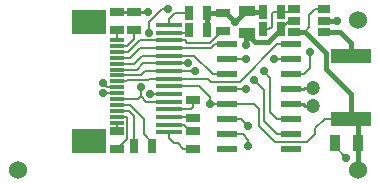
<source format=gtl>
G04 (created by PCBNEW (2013-mar-13)-stable) date Tue 09 Jun 2015 10:24:56 AM CEST*
%MOIN*%
G04 Gerber Fmt 3.4, Leading zero omitted, Abs format*
%FSLAX34Y34*%
G01*
G70*
G90*
G04 APERTURE LIST*
%ADD10C,0.005906*%
%ADD11C,0.060000*%
%ADD12R,0.086614X0.015748*%
%ADD13R,0.118110X0.078740*%
%ADD14R,0.049213X0.011811*%
%ADD15R,0.045000X0.025000*%
%ADD16R,0.055000X0.035000*%
%ADD17R,0.035000X0.055000*%
%ADD18R,0.025000X0.045000*%
%ADD19R,0.070866X0.023622*%
%ADD20R,0.039400X0.027600*%
%ADD21R,0.133858X0.051181*%
%ADD22C,0.047200*%
%ADD23C,0.028000*%
%ADD24C,0.008000*%
%ADD25C,0.016000*%
%ADD26C,0.010000*%
G04 APERTURE END LIST*
G54D10*
G54D11*
X61171Y-44763D03*
X49852Y-44763D03*
G54D12*
X54875Y-43523D03*
X54875Y-43267D03*
X54875Y-43011D03*
X54875Y-42755D03*
X54875Y-42500D03*
X54875Y-42244D03*
X54875Y-41988D03*
X54875Y-41732D03*
X54875Y-41476D03*
X54875Y-41220D03*
X54875Y-40964D03*
X54875Y-40708D03*
X54875Y-40452D03*
X54875Y-40196D03*
X54875Y-39940D03*
G54D13*
X52220Y-39835D03*
X52220Y-43804D03*
G54D14*
X53135Y-43197D03*
X53135Y-43001D03*
X53135Y-42804D03*
X53135Y-42607D03*
X53135Y-42410D03*
X53135Y-42213D03*
X53135Y-42016D03*
X53135Y-41820D03*
X53135Y-41623D03*
X53135Y-41426D03*
X53135Y-41229D03*
X53135Y-41032D03*
X53135Y-40835D03*
X53135Y-40638D03*
X53135Y-40442D03*
G54D15*
X55674Y-43054D03*
X55674Y-42454D03*
X55672Y-44066D03*
X55672Y-43466D03*
G54D16*
X57482Y-40209D03*
X57482Y-39459D03*
G54D17*
X61171Y-43884D03*
X60421Y-43884D03*
G54D18*
X58604Y-40080D03*
X58004Y-40080D03*
X58604Y-39510D03*
X58004Y-39510D03*
G54D19*
X56815Y-40580D03*
X56815Y-41080D03*
X56815Y-41580D03*
X56815Y-42080D03*
X56815Y-42580D03*
X56815Y-43080D03*
X56815Y-43580D03*
X56815Y-44080D03*
X58940Y-44080D03*
X58940Y-43580D03*
X58940Y-43080D03*
X58940Y-42580D03*
X58940Y-42080D03*
X58940Y-41580D03*
X58940Y-41080D03*
X58940Y-40580D03*
G54D20*
X59066Y-40173D03*
X59066Y-39798D03*
X59066Y-39423D03*
X60066Y-39423D03*
X60066Y-39798D03*
X60066Y-40173D03*
G54D21*
X60942Y-43059D03*
X60942Y-40972D03*
G54D18*
X55560Y-39540D03*
X56160Y-39540D03*
X55560Y-40114D03*
X56160Y-40114D03*
G54D15*
X56686Y-40134D03*
X56686Y-39534D03*
G54D11*
X61172Y-39763D03*
G54D15*
X53156Y-40104D03*
X53156Y-39504D03*
G54D18*
X53726Y-43972D03*
X54326Y-43972D03*
G54D15*
X53156Y-43472D03*
X53156Y-44072D03*
X53726Y-40104D03*
X53726Y-39504D03*
G54D22*
X59674Y-42034D03*
X59674Y-42626D03*
G54D23*
X52672Y-41866D03*
X56252Y-42580D03*
X53938Y-42016D03*
X54210Y-40208D03*
X57456Y-40620D03*
X54862Y-39402D03*
X55518Y-41220D03*
X58050Y-41488D03*
X55756Y-41478D03*
X57730Y-41784D03*
X54192Y-39504D03*
X52672Y-42214D03*
X60796Y-44362D03*
X57456Y-42080D03*
X57070Y-39834D03*
X60472Y-39798D03*
X54234Y-42244D03*
X57456Y-41080D03*
X57528Y-43974D03*
X57526Y-43312D03*
X58378Y-41080D03*
X59592Y-40830D03*
G54D24*
X52822Y-42016D02*
X52672Y-41866D01*
X53135Y-42016D02*
X52822Y-42016D01*
X56252Y-42580D02*
X56252Y-42340D01*
X54875Y-41988D02*
X54875Y-41988D01*
X55900Y-41988D02*
X54875Y-41988D01*
X56252Y-42340D02*
X55900Y-41988D01*
X56815Y-42580D02*
X56252Y-42580D01*
X57880Y-42746D02*
X57880Y-43302D01*
X57714Y-42580D02*
X57880Y-42746D01*
X56815Y-42580D02*
X57714Y-42580D01*
X59748Y-43382D02*
X60071Y-43059D01*
X59748Y-43564D02*
X59748Y-43382D01*
X59482Y-43830D02*
X59748Y-43564D01*
X58408Y-43830D02*
X59482Y-43830D01*
X57880Y-43302D02*
X58408Y-43830D01*
X59566Y-39618D02*
X59566Y-40018D01*
X59761Y-39423D02*
X59566Y-39618D01*
X60066Y-39423D02*
X59761Y-39423D01*
X59566Y-40018D02*
X59411Y-40173D01*
G54D25*
X60112Y-40874D02*
X60112Y-41412D01*
X59411Y-40173D02*
X60112Y-40874D01*
X60942Y-43059D02*
X60942Y-42242D01*
X60942Y-42242D02*
X60112Y-41412D01*
X59411Y-40173D02*
X59066Y-40173D01*
G54D24*
X60942Y-43059D02*
X60071Y-43059D01*
G54D25*
X61171Y-43884D02*
X61171Y-43288D01*
X61171Y-43288D02*
X60942Y-43059D01*
X61171Y-44763D02*
X61171Y-43884D01*
X61171Y-43884D02*
X61171Y-43884D01*
G54D24*
X53938Y-42318D02*
X53938Y-42016D01*
X54862Y-39402D02*
X54660Y-39402D01*
G54D25*
X57737Y-40516D02*
X58168Y-40516D01*
X57456Y-40235D02*
X57737Y-40516D01*
X58168Y-40516D02*
X58604Y-40080D01*
X57456Y-40235D02*
X57456Y-40620D01*
G54D24*
X54660Y-39402D02*
X54210Y-39852D01*
X54210Y-40208D02*
X54210Y-39852D01*
X53135Y-42410D02*
X53440Y-42410D01*
X53846Y-42410D02*
X53938Y-42318D01*
X53441Y-42410D02*
X53846Y-42410D01*
X53440Y-42410D02*
X53441Y-42410D01*
X54875Y-42500D02*
X54120Y-42500D01*
X53938Y-42318D02*
X54120Y-42500D01*
X59066Y-39798D02*
X58886Y-39798D01*
X58886Y-39798D02*
X58604Y-40080D01*
X53135Y-41426D02*
X53821Y-41426D01*
X54027Y-41220D02*
X54875Y-41220D01*
X53821Y-41426D02*
X54027Y-41220D01*
X55518Y-41220D02*
X54875Y-41220D01*
X58940Y-43080D02*
X58486Y-43080D01*
X58050Y-41488D02*
X58260Y-41698D01*
X58260Y-42854D02*
X58260Y-41698D01*
X58486Y-43080D02*
X58260Y-42854D01*
X54875Y-41220D02*
X54875Y-41220D01*
X53135Y-41623D02*
X53948Y-41623D01*
X54095Y-41476D02*
X54875Y-41476D01*
X53948Y-41623D02*
X54095Y-41476D01*
X54877Y-41478D02*
X55756Y-41478D01*
X54877Y-41478D02*
X54875Y-41476D01*
X54877Y-41478D02*
X54875Y-41476D01*
X58940Y-43580D02*
X58486Y-43580D01*
X58486Y-43580D02*
X58044Y-43138D01*
X58044Y-43138D02*
X58044Y-42098D01*
X58044Y-42098D02*
X57730Y-41784D01*
G54D26*
X53726Y-39504D02*
X54192Y-39504D01*
X53726Y-39504D02*
X53156Y-39504D01*
G54D24*
X52822Y-42213D02*
X53135Y-42213D01*
X52672Y-42214D02*
X52822Y-42214D01*
X52822Y-42214D02*
X52822Y-42213D01*
X60421Y-43987D02*
X60421Y-43884D01*
X60421Y-43987D02*
X60796Y-44362D01*
X57456Y-42080D02*
X56815Y-42080D01*
G54D25*
X56160Y-39540D02*
X56160Y-40114D01*
X58004Y-39510D02*
X57533Y-39510D01*
X57533Y-39510D02*
X57482Y-39459D01*
X60066Y-39798D02*
X60472Y-39798D01*
X56686Y-39534D02*
X56218Y-39534D01*
X56218Y-39534D02*
X56212Y-39540D01*
X56686Y-39534D02*
X56770Y-39534D01*
X57445Y-39459D02*
X57070Y-39834D01*
X57445Y-39459D02*
X57482Y-39459D01*
X56770Y-39534D02*
X57070Y-39834D01*
G54D24*
X54378Y-42244D02*
X54378Y-42244D01*
X54234Y-42244D02*
X54378Y-42244D01*
X54875Y-42244D02*
X54378Y-42244D01*
X53135Y-40835D02*
X53528Y-40835D01*
X53911Y-40452D02*
X54875Y-40452D01*
X53528Y-40835D02*
X53911Y-40452D01*
X55490Y-40536D02*
X56238Y-40536D01*
X55490Y-40536D02*
X55406Y-40452D01*
X54875Y-40452D02*
X55406Y-40452D01*
X56640Y-40134D02*
X56686Y-40134D01*
X56238Y-40536D02*
X56640Y-40134D01*
X58004Y-40080D02*
X58230Y-40080D01*
X58362Y-39510D02*
X58604Y-39510D01*
X58304Y-39568D02*
X58362Y-39510D01*
X58304Y-40006D02*
X58304Y-39568D01*
X58230Y-40080D02*
X58304Y-40006D01*
X59066Y-39509D02*
X58605Y-39509D01*
X58605Y-39509D02*
X58604Y-39510D01*
X53135Y-40442D02*
X53135Y-40124D01*
X53135Y-40124D02*
X53156Y-40104D01*
X54875Y-43011D02*
X55631Y-43011D01*
X55631Y-43011D02*
X55674Y-43054D01*
X55672Y-44066D02*
X55346Y-44066D01*
X54875Y-43703D02*
X54875Y-43523D01*
X55060Y-43888D02*
X54875Y-43703D01*
X55168Y-43888D02*
X55060Y-43888D01*
X55346Y-44066D02*
X55168Y-43888D01*
X54875Y-43267D02*
X55385Y-43267D01*
X55584Y-43466D02*
X55672Y-43466D01*
X55385Y-43267D02*
X55584Y-43466D01*
G54D25*
X60066Y-40173D02*
X60567Y-40173D01*
X60942Y-40548D02*
X60942Y-40972D01*
X60567Y-40173D02*
X60942Y-40548D01*
G54D24*
X57456Y-41080D02*
X56815Y-41080D01*
X57528Y-43974D02*
X57528Y-43766D01*
X57342Y-43580D02*
X56815Y-43580D01*
X57528Y-43766D02*
X57342Y-43580D01*
X56815Y-43080D02*
X57294Y-43080D01*
X57294Y-43080D02*
X57526Y-43312D01*
X55560Y-39540D02*
X55068Y-39540D01*
X54875Y-39732D02*
X55068Y-39540D01*
X54875Y-39732D02*
X54875Y-39940D01*
X54875Y-40196D02*
X55477Y-40196D01*
X55477Y-40196D02*
X55560Y-40114D01*
X53135Y-43197D02*
X53135Y-43451D01*
X53135Y-43451D02*
X53156Y-43472D01*
G54D26*
X58940Y-42080D02*
X59358Y-42080D01*
X59404Y-42034D02*
X59674Y-42034D01*
X59358Y-42080D02*
X59404Y-42034D01*
X58940Y-42580D02*
X59366Y-42580D01*
X59412Y-42626D02*
X59674Y-42626D01*
X59366Y-42580D02*
X59412Y-42626D01*
G54D24*
X54038Y-43066D02*
X54038Y-43584D01*
X53135Y-42607D02*
X53579Y-42607D01*
X53579Y-42607D02*
X54038Y-43066D01*
X54326Y-43872D02*
X54326Y-43972D01*
X54038Y-43584D02*
X54326Y-43872D01*
X53726Y-43972D02*
X53726Y-42990D01*
X53540Y-42804D02*
X53726Y-42990D01*
X53540Y-42804D02*
X53135Y-42804D01*
X53498Y-43046D02*
X53498Y-43730D01*
X53498Y-43046D02*
X53453Y-43001D01*
X53135Y-43001D02*
X53453Y-43001D01*
X53498Y-43730D02*
X53156Y-44072D01*
X53156Y-44134D02*
X53256Y-44134D01*
X58378Y-41080D02*
X58940Y-41080D01*
X54875Y-42755D02*
X55602Y-42755D01*
X55674Y-42684D02*
X55674Y-42454D01*
X55602Y-42755D02*
X55674Y-42684D01*
X53135Y-40638D02*
X53483Y-40638D01*
X53726Y-40396D02*
X53726Y-40104D01*
X53483Y-40638D02*
X53726Y-40396D01*
X53486Y-41768D02*
X54168Y-41768D01*
X53434Y-41820D02*
X53486Y-41768D01*
X53135Y-41820D02*
X53434Y-41820D01*
X54203Y-41732D02*
X54875Y-41732D01*
X54168Y-41768D02*
X54203Y-41732D01*
X57238Y-41830D02*
X58488Y-40580D01*
X56180Y-41732D02*
X56278Y-41830D01*
X56278Y-41830D02*
X57238Y-41830D01*
X58940Y-40580D02*
X58488Y-40580D01*
X56180Y-41732D02*
X54875Y-41732D01*
X53135Y-41032D02*
X53579Y-41032D01*
X53903Y-40708D02*
X54875Y-40708D01*
X53579Y-41032D02*
X53903Y-40708D01*
X54875Y-40708D02*
X56273Y-40708D01*
X56402Y-40580D02*
X56815Y-40580D01*
X56273Y-40708D02*
X56402Y-40580D01*
X53135Y-41229D02*
X53718Y-41229D01*
X53983Y-40964D02*
X54875Y-40964D01*
X53718Y-41229D02*
X53983Y-40964D01*
X54875Y-40964D02*
X55730Y-40964D01*
X56346Y-41580D02*
X56815Y-41580D01*
X55730Y-40964D02*
X56346Y-41580D01*
X59396Y-41580D02*
X59592Y-41384D01*
X59592Y-41384D02*
X59592Y-40830D01*
X58940Y-41580D02*
X59396Y-41580D01*
M02*

</source>
